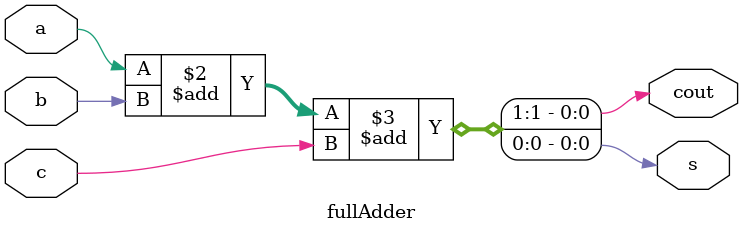
<source format=v>
`timescale 1ns / 1ps


module fullAdder(output cout,
                 output s,
                 input a,
                 input b,
                 input c);
    always @(*) begin
        {cout, s} = a + b + c;
    end
endmodule

</source>
